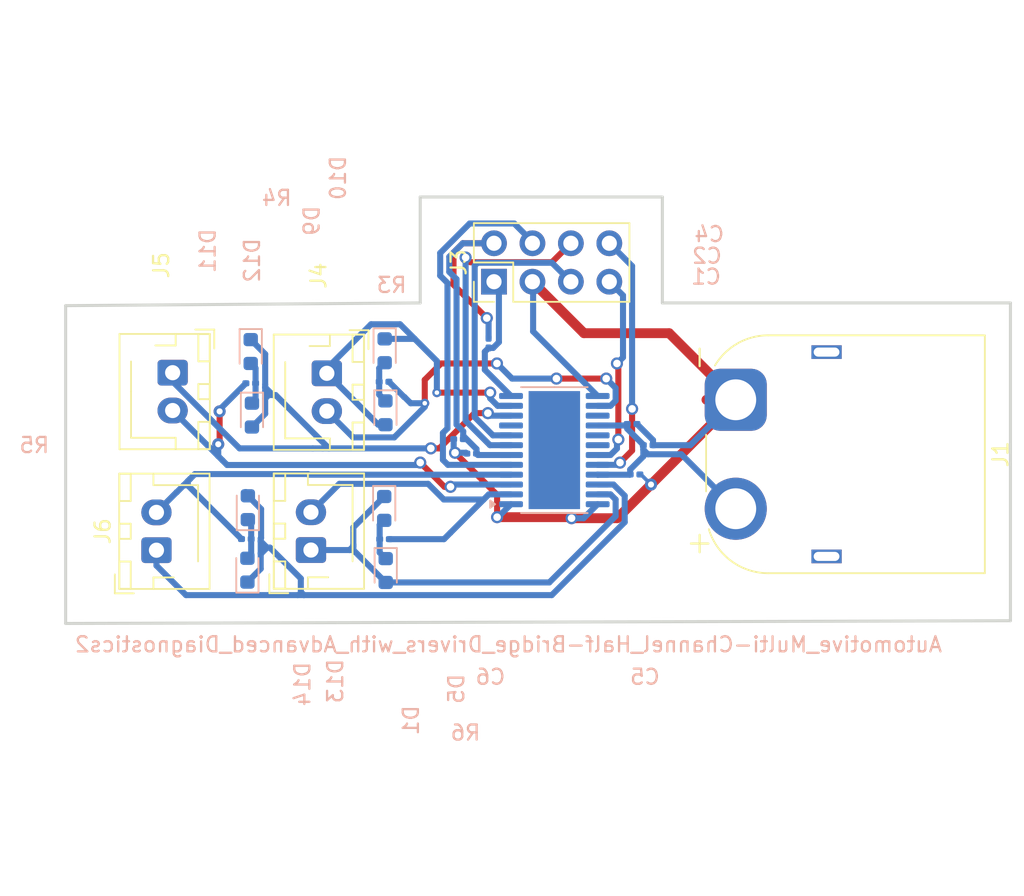
<source format=kicad_pcb>
(kicad_pcb (version 20240108) (generator "pcbnew") (generator_version "8.0")
  (layers (0 "F.Cu" signal) (31 "B.Cu" signal) (34 "B.Paste" user) (35 "F.Paste" user) (36 "B.SilkS" user "B.Silkscreen") (37 "F.SilkS" user "F.Silkscreen") (38 "B.Mask" user) (39 "F.Mask" user) (44 "Edge.Cuts" user))
  (net 0 "")
  (net 2 "/VM1")
  (net 3 "/6")
  (net 4 "/2")
  (net 5 "/8")
  (net 6 "GND")
  (net 7 "/SDO")
  (net 8 "/4")
  (net 9 "/5")
  (net 10 "/SDI")
  (net 11 "/SCLK")
  (net 12 "/1")
  (net 13 "/7")
  (net 14 "/nFault")
  (net 15 "/3")
  (net 17 "/nSCS")
  (net 18 "3V3")
  (net 19 "/nSleep")
  (net 22 "Net-(D1-K)")
  (net 23 "Net-(D10-A)")
  (net 24 "Net-(D11-K)")
  (net 25 "Net-(D13-K)")
  (footprint "Connector_AMASS:AMASS_XT60PW-M_1x02_P7.20mm_Horizontal" (layer "F.Cu") (at 170.85 53.4 -90)
    (property "Reference" "J1" (at 3.6 -17.5 90) (layer "F.SilkS"))
    (property "Value" "Power In")
    (fp_line (start 2.31 1.96) (end 6.05 1.96) (stroke (width 0.12)) (layer "F.SilkS"))
    (fp_line (start -4.26 -16.46) (end -4.26 -2.15) (stroke (width 0.12)) (layer "F.SilkS"))
    (fp_line (start -4.26 -16.46) (end 11.46 -16.46) (stroke (width 0.12)) (layer "F.SilkS"))
    (fp_line (start 11.46 -16.46) (end 11.46 -2.15) (stroke (width 0.12)) (layer "F.SilkS"))
    (fp_arc (start -2.266806 1.372958) (mid -3.727162 -0.126139) (end -4.26 -2.15) (stroke (width 0.12)) (layer "F.SilkS"))
    (fp_arc (start 11.46 -2.15) (mid 10.653852 0.294722) (end 8.551648 1.780413) (stroke (width 0.12)) (layer "F.SilkS"))
    (fp_text user "+" (at 9.5 2.5 90) (layer "F.SilkS") (effects (font (size 1.5 1.5))))
    (fp_text user "-" (at -2.8 2.5 90) (layer "F.SilkS") (effects (font (size 1.5 1.5))))
    (pad "" thru_hole rect (at -3.15 -6 270) (size 0.9 2) (drill oval 0.6 1.7) (layers "*.Cu" "*.Mask"))
    (pad "" thru_hole rect (at 10.35 -6 270) (size 0.9 2) (drill oval 0.6 1.7) (layers "*.Cu" "*.Mask"))
    (pad "1" thru_hole roundrect (at 0 0 270) (size 4.1 4.1) (drill 2.7) (layers "*.Cu" "*.Mask") (net 6 "GND"))
    (pad "2" thru_hole circle (at 7.2 0 270) (size 4.1 4.1) (drill 2.7) (layers "*.Cu" "*.Mask") (net 2 "/VM1"))
  )
  (footprint "Connector_JST:JST_XH_B2B-XH-AM_1x02_P2.50mm_Vertical" (layer "F.Cu") (at 142.78 63.33 90)
    (property "Reference" "J2" (hide yes))
    (property "Value" "Conn_01x02_Pin")
    (fp_line (start -1.6 -2.75) (end -2.85 -2.75) (stroke (width 0.12)) (layer "F.SilkS"))
    (fp_line (start -2.85 -2.75) (end -2.85 -1.5) (stroke (width 0.12)) (layer "F.SilkS"))
    (fp_line (start 5.06 -2.46) (end -2.56 -2.46) (stroke (width 0.12)) (layer "F.SilkS"))
    (fp_line (start -2.56 -2.46) (end -2.56 3.51) (stroke (width 0.12)) (layer "F.SilkS"))
    (fp_line (start 5.05 -2.45) (end 3.25 -2.45) (stroke (width 0.12)) (layer "F.SilkS"))
    (fp_line (start 3.25 -2.45) (end 3.25 -1.7) (stroke (width 0.12)) (layer "F.SilkS"))
    (fp_line (start 1.75 -2.45) (end 0.75 -2.45) (stroke (width 0.12)) (layer "F.SilkS"))
    (fp_line (start 0.75 -2.45) (end 0.75 -1.7) (stroke (width 0.12)) (layer "F.SilkS"))
    (fp_line (start -0.75 -2.45) (end -2.55 -2.45) (stroke (width 0.12)) (layer "F.SilkS"))
    (fp_line (start -2.55 -2.45) (end -2.55 -1.7) (stroke (width 0.12)) (layer "F.SilkS"))
    (fp_line (start 5.05 -1.7) (end 5.05 -2.45) (stroke (width 0.12)) (layer "F.SilkS"))
    (fp_line (start 3.25 -1.7) (end 5.05 -1.7) (stroke (width 0.12)) (layer "F.SilkS"))
    (fp_line (start 1.75 -1.7) (end 1.75 -2.45) (stroke (width 0.12)) (layer "F.SilkS"))
    (fp_line (start 0.75 -1.7) (end 1.75 -1.7) (stroke (width 0.12)) (layer "F.SilkS"))
    (fp_line (start -0.75 -1.7) (end -0.75 -2.45) (stroke (width 0.12)) (layer "F.SilkS"))
    (fp_line (start -2.55 -1.7) (end -0.75 -1.7) (stroke (width 0.12)) (layer "F.SilkS"))
    (fp_line (start 5.05 -0.2) (end 4.3 -0.2) (stroke (width 0.12)) (layer "F.SilkS"))
    (fp_line (start 4.3 -0.2) (end 4.3 2.75) (stroke (width 0.12)) (layer "F.SilkS"))
    (fp_line (start -1.8 -0.2) (end -1.8 1.14) (stroke (width 0.12)) (layer "F.SilkS"))
    (fp_line (start -2.55 -0.2) (end -1.8 -0.2) (stroke (width 0.12)) (layer "F.SilkS"))
    (fp_line (start 4.3 2.75) (end 1.25 2.75) (stroke (width 0.12)) (layer "F.SilkS"))
    (fp_line (start 1.25 2.75) (end -0.74 2.75) (stroke (width 0.12)) (layer "F.SilkS"))
    (fp_line (start 5.06 3.51) (end 5.06 -2.46) (stroke (width 0.12)) (layer "F.SilkS"))
    (fp_line (start -2.56 3.51) (end 5.06 3.51) (stroke (width 0.12)) (layer "F.SilkS"))
    (pad "" np_thru_hole circle (at -1.6 2 90) (size 1.2 1.2) (drill 1.2) (layers "*.Cu" "*.Mask"))
    (pad "1" thru_hole roundrect (at 0 0 90) (size 1.7 2) (drill 1) (layers "*.Cu" "*.Mask") (roundrect_rratio 0.147059) (net 4 "/2"))
    (pad "2" thru_hole oval (at 2.5 0 90) (size 1.7 2) (drill 1) (layers "*.Cu" "*.Mask") (net 12 "/1"))
  )
  (footprint "Connector_JST:JST_XH_B2B-XH-AM_1x02_P2.50mm_Vertical" (layer "F.Cu") (at 133.64 51.61 -90)
    (property "Reference" "J5" (at -7.1 0.75 90) (layer "F.SilkS"))
    (property "Value" "Conn_01x02_Pin")
    (fp_line (start -2.56 3.51) (end 5.06 3.51) (stroke (width 0.12)) (layer "F.SilkS"))
    (fp_line (start 5.06 3.51) (end 5.06 -2.46) (stroke (width 0.12)) (layer "F.SilkS"))
    (fp_line (start 1.25 2.75) (end -0.74 2.75) (stroke (width 0.12)) (layer "F.SilkS"))
    (fp_line (start 4.3 2.75) (end 1.25 2.75) (stroke (width 0.12)) (layer "F.SilkS"))
    (fp_line (start -2.55 -0.2) (end -1.8 -0.2) (stroke (width 0.12)) (layer "F.SilkS"))
    (fp_line (start -1.8 -0.2) (end -1.8 1.14) (stroke (width 0.12)) (layer "F.SilkS"))
    (fp_line (start 4.3 -0.2) (end 4.3 2.75) (stroke (width 0.12)) (layer "F.SilkS"))
    (fp_line (start 5.05 -0.2) (end 4.3 -0.2) (stroke (width 0.12)) (layer "F.SilkS"))
    (fp_line (start -2.55 -1.7) (end -0.75 -1.7) (stroke (width 0.12)) (layer "F.SilkS"))
    (fp_line (start -0.75 -1.7) (end -0.75 -2.45) (stroke (width 0.12)) (layer "F.SilkS"))
    (fp_line (start 0.75 -1.7) (end 1.75 -1.7) (stroke (width 0.12)) (layer "F.SilkS"))
    (fp_line (start 1.75 -1.7) (end 1.75 -2.45) (stroke (width 0.12)) (layer "F.SilkS"))
    (fp_line (start 3.25 -1.7) (end 5.05 -1.7) (stroke (width 0.12)) (layer "F.SilkS"))
    (fp_line (start 5.05 -1.7) (end 5.05 -2.45) (stroke (width 0.12)) (layer "F.SilkS"))
    (fp_line (start -2.55 -2.45) (end -2.55 -1.7) (stroke (width 0.12)) (layer "F.SilkS"))
    (fp_line (start -0.75 -2.45) (end -2.55 -2.45) (stroke (width 0.12)) (layer "F.SilkS"))
    (fp_line (start 0.75 -2.45) (end 0.75 -1.7) (stroke (width 0.12)) (layer "F.SilkS"))
    (fp_line (start 1.75 -2.45) (end 0.75 -2.45) (stroke (width 0.12)) (layer "F.SilkS"))
    (fp_line (start 3.25 -2.45) (end 3.25 -1.7) (stroke (width 0.12)) (layer "F.SilkS"))
    (fp_line (start 5.05 -2.45) (end 3.25 -2.45) (stroke (width 0.12)) (layer "F.SilkS"))
    (fp_line (start -2.56 -2.46) (end -2.56 3.51) (stroke (width 0.12)) (layer "F.SilkS"))
    (fp_line (start 5.06 -2.46) (end -2.56 -2.46) (stroke (width 0.12)) (layer "F.SilkS"))
    (fp_line (start -2.85 -2.75) (end -2.85 -1.5) (stroke (width 0.12)) (layer "F.SilkS"))
    (fp_line (start -1.6 -2.75) (end -2.85 -2.75) (stroke (width 0.12)) (layer "F.SilkS"))
    (pad "" np_thru_hole circle (at -1.6 2 270) (size 1.2 1.2) (drill 1.2) (layers "*.Cu" "*.Mask"))
    (pad "1" thru_hole roundrect (at 0 0 270) (size 1.7 2) (drill 1) (layers "*.Cu" "*.Mask") (roundrect_rratio 0.147059) (net 3 "/6"))
    (pad "2" thru_hole oval (at 2.5 0 270) (size 1.7 2) (drill 1) (layers "*.Cu" "*.Mask") (net 9 "/5"))
  )
  (footprint "Connector_PinHeader_2.54mm:PinHeader_2x04_P2.54mm_Vertical" (layer "F.Cu") (at 154.875269 45.597427 90)
    (property "Reference" "J3" (at 1.27 -2.33 90) (layer "F.SilkS"))
    (property "Value" "Conn_02x04_Odd_Even")
    (fp_line (start 3.87 -1.33) (end 3.87 8.95) (stroke (width 0.12)) (layer "F.SilkS"))
    (fp_line (start 1.27 -1.33) (end 3.87 -1.33) (stroke (width 0.12)) (layer "F.SilkS"))
    (fp_line (start -1.33 -1.33) (end 0 -1.33) (stroke (width 0.12)) (layer "F.SilkS"))
    (fp_line (start -1.33 0) (end -1.33 -1.33) (stroke (width 0.12)) (layer "F.SilkS"))
    (fp_line (start 1.27 1.27) (end 1.27 -1.33) (stroke (width 0.12)) (layer "F.SilkS"))
    (fp_line (start -1.33 1.27) (end 1.27 1.27) (stroke (width 0.12)) (layer "F.SilkS"))
    (fp_line (start -1.33 1.27) (end -1.33 8.95) (stroke (width 0.12)) (layer "F.SilkS"))
    (fp_line (start -1.33 8.95) (end 3.87 8.95) (stroke (width 0.12)) (layer "F.SilkS"))
    (pad "1" thru_hole rect (at 0 0 90) (size 1.7 1.7) (drill 1) (layers "*.Cu" "*.Mask") (net 14 "/nFault"))
    (pad "2" thru_hole oval (at 2.54 0 90) (size 1.7 1.7) (drill 1) (layers "*.Cu" "*.Mask") (net 18 "3V3"))
    (pad "3" thru_hole oval (at 0 2.54 90) (size 1.7 1.7) (drill 1) (layers "*.Cu" "*.Mask") (net 6 "GND"))
    (pad "4" thru_hole oval (at 2.54 2.54 90) (size 1.7 1.7) (drill 1) (layers "*.Cu" "*.Mask") (net 10 "/SDI"))
    (pad "5" thru_hole oval (at 0 5.08 90) (size 1.7 1.7) (drill 1) (layers "*.Cu" "*.Mask") (net 19 "/nSleep"))
    (pad "6" thru_hole oval (at 2.54 5.08 90) (size 1.7 1.7) (drill 1) (layers "*.Cu" "*.Mask") (net 7 "/SDO"))
    (pad "7" thru_hole oval (at 0 7.62 90) (size 1.7 1.7) (drill 1) (layers "*.Cu" "*.Mask") (net 17 "/nSCS"))
    (pad "8" thru_hole oval (at 2.54 7.62 90) (size 1.7 1.7) (drill 1) (layers "*.Cu" "*.Mask") (net 11 "/SCLK"))
  )
  (footprint "Connector_JST:JST_XH_B2B-XH-AM_1x02_P2.50mm_Vertical" (layer "F.Cu") (at 132.57 63.34 90)
    (property "Reference" "J6" (at 1.25 -3.55 90) (layer "F.SilkS"))
    (property "Value" "Conn_01x02_Pin")
    (fp_line (start -1.6 -2.75) (end -2.85 -2.75) (stroke (width 0.12)) (layer "F.SilkS"))
    (fp_line (start -2.85 -2.75) (end -2.85 -1.5) (stroke (width 0.12)) (layer "F.SilkS"))
    (fp_line (start 5.06 -2.46) (end -2.56 -2.46) (stroke (width 0.12)) (layer "F.SilkS"))
    (fp_line (start -2.56 -2.46) (end -2.56 3.51) (stroke (width 0.12)) (layer "F.SilkS"))
    (fp_line (start 5.05 -2.45) (end 3.25 -2.45) (stroke (width 0.12)) (layer "F.SilkS"))
    (fp_line (start 3.25 -2.45) (end 3.25 -1.7) (stroke (width 0.12)) (layer "F.SilkS"))
    (fp_line (start 1.75 -2.45) (end 0.75 -2.45) (stroke (width 0.12)) (layer "F.SilkS"))
    (fp_line (start 0.75 -2.45) (end 0.75 -1.7) (stroke (width 0.12)) (layer "F.SilkS"))
    (fp_line (start -0.75 -2.45) (end -2.55 -2.45) (stroke (width 0.12)) (layer "F.SilkS"))
    (fp_line (start -2.55 -2.45) (end -2.55 -1.7) (stroke (width 0.12)) (layer "F.SilkS"))
    (fp_line (start 5.05 -1.7) (end 5.05 -2.45) (stroke (width 0.12)) (layer "F.SilkS"))
    (fp_line (start 3.25 -1.7) (end 5.05 -1.7) (stroke (width 0.12)) (layer "F.SilkS"))
    (fp_line (start 1.75 -1.7) (end 1.75 -2.45) (stroke (width 0.12)) (layer "F.SilkS"))
    (fp_line (start 0.75 -1.7) (end 1.75 -1.7) (stroke (width 0.12)) (layer "F.SilkS"))
    (fp_line (start -0.75 -1.7) (end -0.75 -2.45) (stroke (width 0.12)) (layer "F.SilkS"))
    (fp_line (start -2.55 -1.7) (end -0.75 -1.7) (stroke (width 0.12)) (layer "F.SilkS"))
    (fp_line (start 5.05 -0.2) (end 4.3 -0.2) (stroke (width 0.12)) (layer "F.SilkS"))
    (fp_line (start 4.3 -0.2) (end 4.3 2.75) (stroke (width 0.12)) (layer "F.SilkS"))
    (fp_line (start -1.8 -0.2) (end -1.8 1.14) (stroke (width 0.12)) (layer "F.SilkS"))
    (fp_line (start -2.55 -0.2) (end -1.8 -0.2) (stroke (width 0.12)) (layer "F.SilkS"))
    (fp_line (start 4.3 2.75) (end 1.25 2.75) (stroke (width 0.12)) (layer "F.SilkS"))
    (fp_line (start 1.25 2.75) (end -0.74 2.75) (stroke (width 0.12)) (layer "F.SilkS"))
    (fp_line (start 5.06 3.51) (end 5.06 -2.46) (stroke (width 0.12)) (layer "F.SilkS"))
    (fp_line (start -2.56 3.51) (end 5.06 3.51) (stroke (width 0.12)) (layer "F.SilkS"))
    (pad "" np_thru_hole circle (at -1.6 2 90) (size 1.2 1.2) (drill 1.2) (layers "*.Cu" "*.Mask"))
    (pad "1" thru_hole roundrect (at 0 0 90) (size 1.7 2) (drill 1) (layers "*.Cu" "*.Mask") (roundrect_rratio 0.147059) (net 5 "/8"))
    (pad "2" thru_hole oval (at 2.5 0 90) (size 1.7 2) (drill 1) (layers "*.Cu" "*.Mask") (net 13 "/7"))
  )
  (footprint "Connector_JST:JST_XH_B2B-XH-AM_1x02_P2.50mm_Vertical" (layer "F.Cu") (at 143.83 51.65 -90)
    (property "Reference" "J4" (at -6.45 0.55 90) (layer "F.SilkS"))
    (property "Value" "Conn_01x02_Pin")
    (fp_line (start -2.56 3.51) (end 5.06 3.51) (stroke (width 0.12)) (layer "F.SilkS"))
    (fp_line (start 5.06 3.51) (end 5.06 -2.46) (stroke (width 0.12)) (layer "F.SilkS"))
    (fp_line (start 1.25 2.75) (end -0.74 2.75) (stroke (width 0.12)) (layer "F.SilkS"))
    (fp_line (start 4.3 2.75) (end 1.25 2.75) (stroke (width 0.12)) (layer "F.SilkS"))
    (fp_line (start -2.55 -0.2) (end -1.8 -0.2) (stroke (width 0.12)) (layer "F.SilkS"))
    (fp_line (start -1.8 -0.2) (end -1.8 1.14) (stroke (width 0.12)) (layer "F.SilkS"))
    (fp_line (start 4.3 -0.2) (end 4.3 2.75) (stroke (width 0.12)) (layer "F.SilkS"))
    (fp_line (start 5.05 -0.2) (end 4.3 -0.2) (stroke (width 0.12)) (layer "F.SilkS"))
    (fp_line (start -2.55 -1.7) (end -0.75 -1.7) (stroke (width 0.12)) (layer "F.SilkS"))
    (fp_line (start -0.75 -1.7) (end -0.75 -2.45) (stroke (width 0.12)) (layer "F.SilkS"))
    (fp_line (start 0.75 -1.7) (end 1.75 -1.7) (stroke (width 0.12)) (layer "F.SilkS"))
    (fp_line (start 1.75 -1.7) (end 1.75 -2.45) (stroke (width 0.12)) (layer "F.SilkS"))
    (fp_line (start 3.25 -1.7) (end 5.05 -1.7) (stroke (width 0.12)) (layer "F.SilkS"))
    (fp_line (start 5.05 -1.7) (end 5.05 -2.45) (stroke (width 0.12)) (layer "F.SilkS"))
    (fp_line (start -2.55 -2.45) (end -2.55 -1.7) (stroke (width 0.12)) (layer "F.SilkS"))
    (fp_line (start -0.75 -2.45) (end -2.55 -2.45) (stroke (width 0.12)) (layer "F.SilkS"))
    (fp_line (start 0.75 -2.45) (end 0.75 -1.7) (stroke (width 0.12)) (layer "F.SilkS"))
    (fp_line (start 1.75 -2.45) (end 0.75 -2.45) (stroke (width 0.12)) (layer "F.SilkS"))
    (fp_line (start 3.25 -2.45) (end 3.25 -1.7) (stroke (width 0.12)) (layer "F.SilkS"))
    (fp_line (start 5.05 -2.45) (end 3.25 -2.45) (stroke (width 0.12)) (layer "F.SilkS"))
    (fp_line (start -2.56 -2.46) (end -2.56 3.51) (stroke (width 0.12)) (layer "F.SilkS"))
    (fp_line (start 5.06 -2.46) (end -2.56 -2.46) (stroke (width 0.12)) (layer "F.SilkS"))
    (fp_line (start -2.85 -2.75) (end -2.85 -1.5) (stroke (width 0.12)) (layer "F.SilkS"))
    (fp_line (start -1.6 -2.75) (end -2.85 -2.75) (stroke (width 0.12)) (layer "F.SilkS"))
    (pad "" np_thru_hole circle (at -1.6 2 270) (size 1.2 1.2) (drill 1.2) (layers "*.Cu" "*.Mask"))
    (pad "1" thru_hole roundrect (at 0 0 270) (size 1.7 2) (drill 1) (layers "*.Cu" "*.Mask") (roundrect_rratio 0.147059) (net 8 "/4"))
    (pad "2" thru_hole oval (at 2.5 0 270) (size 1.7 2) (drill 1) (layers "*.Cu" "*.Mask") (net 15 "/3"))
  )
  (footprint "Diode_SMD:D_0603_1608Metric" (layer "B.Cu") (at 138.88 54.4125 -90)
    (property "Reference" "D11" (at -10.8525 2.92 90) (layer "B.SilkS") (effects (justify mirror)))
    (property "Value" "D")
    (fp_line (start -1.485 0.735) (end 0.8 0.735) (stroke (width 0.12)) (layer "B.SilkS"))
    (fp_line (start -1.485 -0.735) (end -1.485 0.735) (stroke (width 0.12)) (layer "B.SilkS"))
    (fp_line (start 0.8 -0.735) (end -1.485 -0.735) (stroke (width 0.12)) (layer "B.SilkS"))
    (pad "1" smd roundrect (at -0.7875 0 270) (size 0.875 0.95) (layers "B.Cu" "B.Paste" "B.Mask") (net 24 "Net-(D11-K)"))
    (pad "2" smd roundrect (at 0.7875 0 270) (size 0.875 0.95) (layers "B.Cu" "B.Paste" "B.Mask") (net 3 "/6"))
  )
  (footprint "Resistor_SMD:R_0201_0603Metric" (layer "B.Cu") (at 138.8 52.31 180)
    (property "Reference" "R4" (at -1.72 12.24 0) (layer "B.SilkS") (effects (justify mirror)))
    (property "Value" "0.65k")
    (pad "1" smd roundrect (at -0.32 0 180) (size 0.46 0.4) (layers "B.Cu" "B.Mask") (net 24 "Net-(D11-K)"))
    (pad "2" smd roundrect (at 0.32 0 180) (size 0.46 0.4) (layers "B.Cu" "B.Mask") (net 9 "/5"))
  )
  (footprint "Diode_SMD:D_0603_1608Metric" (layer "B.Cu") (at 147.62 60.58 -90)
    (property "Reference" "D5" (at 11.92 -4.77 90) (layer "B.SilkS") (effects (justify mirror)))
    (property "Value" "D")
    (fp_line (start -1.485 0.735) (end 0.8 0.735) (stroke (width 0.12)) (layer "B.SilkS"))
    (fp_line (start -1.485 -0.735) (end -1.485 0.735) (stroke (width 0.12)) (layer "B.SilkS"))
    (fp_line (start 0.8 -0.735) (end -1.485 -0.735) (stroke (width 0.12)) (layer "B.SilkS"))
    (pad "1" smd roundrect (at -0.7875 0 270) (size 0.875 0.95) (layers "B.Cu" "B.Paste" "B.Mask") (net 4 "/2"))
    (pad "2" smd roundrect (at 0.7875 0 270) (size 0.875 0.95) (layers "B.Cu" "B.Paste" "B.Mask") (net 22 "Net-(D1-K)"))
  )
  (footprint "Diode_SMD:D_0603_1608Metric" (layer "B.Cu") (at 147.65 50.1625 -90)
    (property "Reference" "D10" (at -11.4225 3.08 90) (layer "B.SilkS") (effects (justify mirror)))
    (property "Value" "D")
    (fp_line (start -1.485 0.735) (end 0.8 0.735) (stroke (width 0.12)) (layer "B.SilkS"))
    (fp_line (start -1.485 -0.735) (end -1.485 0.735) (stroke (width 0.12)) (layer "B.SilkS"))
    (fp_line (start 0.8 -0.735) (end -1.485 -0.735) (stroke (width 0.12)) (layer "B.SilkS"))
    (pad "1" smd roundrect (at -0.7875 0 270) (size 0.875 0.95) (layers "B.Cu" "B.Paste" "B.Mask") (net 8 "/4"))
    (pad "2" smd roundrect (at 0.7875 0 270) (size 0.875 0.95) (layers "B.Cu" "B.Paste" "B.Mask") (net 23 "Net-(D10-A)"))
  )
  (footprint "Resistor_SMD:R_0201_0603Metric" (layer "B.Cu") (at 147.61 52.21)
    (property "Reference" "R3" (at 0.5 -6.39 360) (layer "B.SilkS") (effects (justify mirror)))
    (property "Value" "0.65k")
    (pad "1" smd roundrect (at -0.32 0) (size 0.46 0.4) (layers "B.Cu" "B.Mask") (net 23 "Net-(D10-A)"))
    (pad "2" smd roundrect (at 0.32 0) (size 0.46 0.4) (layers "B.Cu" "B.Mask") (net 15 "/3"))
  )
  (footprint "Capacitor_SMD:C_0201_0603Metric" (layer "B.Cu") (at 164.194511 58.334992)
    (property "Reference" "C2" (at 4.755489 -14.444992 0) (layer "B.SilkS") (effects (justify mirror)))
    (property "Value" "0.1u")
    (pad "1" smd roundrect (at -0.32 0) (size 0.46 0.4) (layers "B.Cu" "B.Mask") (net 2 "/VM1"))
    (pad "2" smd roundrect (at 0.32 0) (size 0.46 0.4) (layers "B.Cu" "B.Mask") (net 6 "GND"))
  )
  (footprint "Diode_SMD:D_0603_1608Metric" (layer "B.Cu") (at 138.58 64.66 90)
    (property "Reference" "D14" (at -7.53 3.64 90) (layer "B.SilkS") (effects (justify mirror)))
    (property "Value" "D")
    (fp_line (start 0.8 -0.735) (end -1.485 -0.735) (stroke (width 0.12)) (layer "B.SilkS"))
    (fp_line (start -1.485 -0.735) (end -1.485 0.735) (stroke (width 0.12)) (layer "B.SilkS"))
    (fp_line (start -1.485 0.735) (end 0.8 0.735) (stroke (width 0.12)) (layer "B.SilkS"))
    (pad "1" smd roundrect (at -0.7875 0 90) (size 0.875 0.95) (layers "B.Cu" "B.Paste" "B.Mask") (net 5 "/8"))
    (pad "2" smd roundrect (at 0.7875 0 90) (size 0.875 0.95) (layers "B.Cu" "B.Paste" "B.Mask") (net 25 "Net-(D13-K)"))
  )
  (footprint "Diode_SMD:D_0603_1608Metric" (layer "B.Cu") (at 138.8 50.2125 -90)
    (property "Reference" "D12" (at -6.0225 -0.09 90) (layer "B.SilkS") (effects (justify mirror)))
    (property "Value" "D")
    (fp_line (start -1.485 0.735) (end 0.8 0.735) (stroke (width 0.12)) (layer "B.SilkS"))
    (fp_line (start -1.485 -0.735) (end -1.485 0.735) (stroke (width 0.12)) (layer "B.SilkS"))
    (fp_line (start 0.8 -0.735) (end -1.485 -0.735) (stroke (width 0.12)) (layer "B.SilkS"))
    (pad "1" smd roundrect (at -0.7875 0 270) (size 0.875 0.95) (layers "B.Cu" "B.Paste" "B.Mask") (net 3 "/6"))
    (pad "2" smd roundrect (at 0.7875 0 270) (size 0.875 0.95) (layers "B.Cu" "B.Paste" "B.Mask") (net 24 "Net-(D11-K)"))
  )
  (footprint "Diode_SMD:D_0603_1608Metric" (layer "B.Cu") (at 138.61 60.5325 90)
    (property "Reference" "D13" (at -11.4575 5.78 90) (layer "B.SilkS") (effects (justify mirror)))
    (property "Value" "D")
    (fp_line (start 0.8 -0.735) (end -1.485 -0.735) (stroke (width 0.12)) (layer "B.SilkS"))
    (fp_line (start -1.485 -0.735) (end -1.485 0.735) (stroke (width 0.12)) (layer "B.SilkS"))
    (fp_line (start -1.485 0.735) (end 0.8 0.735) (stroke (width 0.12)) (layer "B.SilkS"))
    (pad "1" smd roundrect (at -0.7875 0 90) (size 0.875 0.95) (layers "B.Cu" "B.Paste" "B.Mask") (net 25 "Net-(D13-K)"))
    (pad "2" smd roundrect (at 0.7875 0 90) (size 0.875 0.95) (layers "B.Cu" "B.Paste" "B.Mask") (net 5 "/8"))
  )
  (footprint "Resistor_SMD:R_0201_0603Metric" (layer "B.Cu") (at 138.51 62.6 180)
    (property "Reference" "R5" (at 14.01 6.2 360) (layer "B.SilkS") (effects (justify mirror)))
    (property "Value" "0.65k")
    (pad "1" smd roundrect (at -0.32 0 180) (size 0.46 0.4) (layers "B.Cu" "B.Mask") (net 25 "Net-(D13-K)"))
    (pad "2" smd roundrect (at 0.32 0 180) (size 0.46 0.4) (layers "B.Cu" "B.Mask") (net 13 "/7"))
  )
  (footprint "Capacitor_SMD:C_0201_0603Metric" (layer "B.Cu") (at 152.53 56)
    (property "Reference" "C5" (at 12.32 15.71 360) (layer "B.SilkS") (effects (justify mirror)))
    (property "Value" "10u" (hide yes))
    (pad "1" smd roundrect (at -0.32 0) (size 0.46 0.4) (layers "B.Cu" "B.Mask") (net 6 "GND"))
    (pad "2" smd roundrect (at 0.32 0) (size 0.46 0.4) (layers "B.Cu" "B.Mask") (net 18 "3V3"))
  )
  (footprint "Resistor_SMD:R_0201_0603Metric" (layer "B.Cu") (at 154.51741 49.655 -90)
    (property "Reference" "R1" (hide yes))
    (property "Value" "10k" (hide yes))
    (pad "1" smd roundrect (at -0.32 0 270) (size 0.46 0.4) (layers "B.Cu" "B.Mask") (net 18 "3V3"))
    (pad "2" smd roundrect (at 0.32 0 270) (size 0.46 0.4) (layers "B.Cu" "B.Mask") (net 14 "/nFault"))
  )
  (footprint "Diode_SMD:D_0603_1608Metric" (layer "B.Cu") (at 147.72 64.6825 -90)
    (property "Reference" "D1" (at 9.8975 -1.67 90) (layer "B.SilkS") (effects (justify mirror)))
    (property "Value" "D")
    (fp_line (start -1.485 0.735) (end 0.8 0.735) (stroke (width 0.12)) (layer "B.SilkS"))
    (fp_line (start -1.485 -0.735) (end -1.485 0.735) (stroke (width 0.12)) (layer "B.SilkS"))
    (fp_line (start 0.8 -0.735) (end -1.485 -0.735) (stroke (width 0.12)) (layer "B.SilkS"))
    (pad "1" smd roundrect (at -0.7875 0 270) (size 0.875 0.95) (layers "B.Cu" "B.Paste" "B.Mask") (net 22 "Net-(D1-K)"))
    (pad "2" smd roundrect (at 0.7875 0 270) (size 0.875 0.95) (layers "B.Cu" "B.Paste" "B.Mask") (net 4 "/2"))
  )
  (footprint "Diode_SMD:D_0603_1608Metric" (layer "B.Cu") (at 147.7 54.26 -90)
    (property "Reference" "D9" (at -12.69 4.87 90) (layer "B.SilkS") (effects (justify mirror)))
    (property "Value" "D")
    (fp_line (start -1.485 0.735) (end 0.8 0.735) (stroke (width 0.12)) (layer "B.SilkS"))
    (fp_line (start -1.485 -0.735) (end -1.485 0.735) (stroke (width 0.12)) (layer "B.SilkS"))
    (fp_line (start 0.8 -0.735) (end -1.485 -0.735) (stroke (width 0.12)) (layer "B.SilkS"))
    (pad "1" smd roundrect (at -0.7875 0 270) (size 0.875 0.95) (layers "B.Cu" "B.Paste" "B.Mask") (net 23 "Net-(D10-A)"))
    (pad "2" smd roundrect (at 0.7875 0 270) (size 0.875 0.95) (layers "B.Cu" "B.Paste" "B.Mask") (net 8 "/4"))
  )
  (footprint "Package_SO:HTSSOP-24-1EP_4.4x7.8mm_P0.65mm_EP3.4x7.8mm_Mask2.4x2.98mm" (layer "B.Cu") (at 158.8625 56.725)
    (property "Reference" "Automotive_Multi-Channel_Half-Bridge_Drivers_with_Advanced_Diagnostics2" (at -3.0325 12.845 0) (layer "B.SilkS") (effects (justify mirror)))
    (property "Value" "~")
    (fp_line (start -2.2 -4.16) (end 0 -4.16) (stroke (width 0.12)) (layer "B.SilkS"))
    (fp_line (start -2.2 4.16) (end 0 4.16) (stroke (width 0.12)) (layer "B.SilkS"))
    (fp_line (start 2.2 -4.16) (end 0 -4.16) (stroke (width 0.12)) (layer "B.SilkS"))
    (fp_line (start 2.2 4.16) (end 0 4.16) (stroke (width 0.12)) (layer "B.SilkS"))
    (fp_poly (pts (xy -3.91 3.575) (xy -4.24 3.815) (xy -4.24 3.335) (xy -3.91 3.575)) (stroke (width 0.12)) (fill solid) (layer "B.SilkS"))
    (pad "1" smd roundrect (at -2.8625 3.575) (size 1.575 0.4) (layers "B.Cu" "B.Paste" "B.Mask") (net 6 "GND"))
    (pad "2" smd roundrect (at -2.8625 2.925) (size 1.575 0.4) (layers "B.Cu" "B.Paste" "B.Mask") (net 12 "/1"))
    (pad "3" smd roundrect (at -2.8625 2.275) (size 1.575 0.4) (layers "B.Cu" "B.Paste" "B.Mask") (net 9 "/5"))
    (pad "4" smd roundrect (at -2.8625 1.625) (size 1.575 0.4) (layers "B.Cu" "B.Paste" "B.Mask") (net 13 "/7"))
    (pad "5" smd roundrect (at -2.8625 0.975) (size 1.575 0.4) (layers "B.Cu" "B.Paste" "B.Mask") (net 10 "/SDI"))
    (pad "6" smd roundrect (at -2.8625 0.325) (size 1.575 0.4) (layers "B.Cu" "B.Paste" "B.Mask") (net 18 "3V3"))
    (pad "7" smd roundrect (at -2.8625 -0.325) (size 1.575 0.4) (layers "B.Cu" "B.Paste" "B.Mask") (net 7 "/SDO"))
    (pad "8" smd roundrect (at -2.8625 -0.975) (size 1.575 0.4) (layers "B.Cu" "B.Paste" "B.Mask") (net 19 "/nSleep"))
    (pad "9" smd roundrect (at -2.8625 -1.625) (size 1.575 0.4) (layers "B.Cu" "B.Paste" "B.Mask"))
    (pad "10" smd roundrect (at -2.8625 -2.275) (size 1.575 0.4) (layers "B.Cu" "B.Paste" "B.Mask") (net 3 "/6"))
    (pad "11" smd roundrect (at -2.8625 -2.925) (size 1.575 0.4) (layers "B.Cu" "B.Paste" "B.Mask") (net 8 "/4"))
    (pad "12" smd roundrect (at -2.8625 -3.575) (size 1.575 0.4) (layers "B.Cu" "B.Paste" "B.Mask") (net 14 "/nFault"))
    (pad "13" smd roundrect (at 2.8625 -3.575) (size 1.575 0.4) (layers "B.Cu" "B.Paste" "B.Mask") (net 6 "GND"))
    (pad "14" smd roundrect (at 2.8625 -2.925) (size 1.575 0.4) (layers "B.Cu" "B.Paste" "B.Mask") (net 15 "/3"))
    (pad "15" smd roundrect (at 2.8625 -2.275) (size 1.575 0.4) (layers "B.Cu" "B.Paste" "B.Mask"))
    (pad "16" smd roundrect (at 2.8625 -1.625) (size 1.575 0.4) (layers "B.Cu" "B.Paste" "B.Mask") (net 2 "/VM1"))
    (pad "17" smd roundrect (at 2.8625 -0.975) (size 1.575 0.4) (layers "B.Cu" "B.Paste" "B.Mask"))
    (pad "18" smd roundrect (at 2.8625 -0.325) (size 1.575 0.4) (layers "B.Cu" "B.Paste" "B.Mask"))
    (pad "19" smd roundrect (at 2.8625 0.325) (size 1.575 0.4) (layers "B.Cu" "B.Paste" "B.Mask") (net 17 "/nSCS"))
    (pad "20" smd roundrect (at 2.8625 0.975) (size 1.575 0.4) (layers "B.Cu" "B.Paste" "B.Mask") (net 11 "/SCLK"))
    (pad "21" smd roundrect (at 2.8625 1.625) (size 1.575 0.4) (layers "B.Cu" "B.Paste" "B.Mask") (net 2 "/VM1"))
    (pad "22" smd roundrect (at 2.8625 2.275) (size 1.575 0.4) (layers "B.Cu" "B.Paste" "B.Mask") (net 5 "/8"))
    (pad "23" smd roundrect (at 2.8625 2.925) (size 1.575 0.4) (layers "B.Cu" "B.Paste" "B.Mask") (net 4 "/2"))
    (pad "24" smd roundrect (at 2.8625 3.575) (size 1.575 0.4) (layers "B.Cu" "B.Paste" "B.Mask") (net 6 "GND"))
    (pad "25" smd rect (at 0 0) (size 3.4 7.8) (property pad_prop_heatsink) (layers "B.Cu"))
  )
  (footprint "Resistor_SMD:R_0201_0603Metric" (layer "B.Cu") (at 147.64 62.61)
    (property "Reference" "R6" (at 5.35 12.79 360) (layer "B.SilkS") (effects (justify mirror)))
    (property "Value" "0.65k")
    (pad "1" smd roundrect (at -0.32 0) (size 0.46 0.4) (layers "B.Cu" "B.Mask") (net 22 "Net-(D1-K)"))
    (pad "2" smd roundrect (at 0.32 0) (size 0.46 0.4) (layers "B.Cu" "B.Mask") (net 12 "/1"))
  )
  (footprint "Capacitor_SMD:C_0201_0603Metric" (layer "B.Cu") (at 165.063196 56.400319)
    (property "Reference" "C4" (at 4.036804 -13.940319 0) (layer "B.SilkS") (effects (justify mirror)))
    (property "Value" "10u")
    (pad "1" smd roundrect (at -0.32 0) (size 0.46 0.4) (layers "B.Cu" "B.Mask") (net 2 "/VM1"))
    (pad "2" smd roundrect (at 0.32 0) (size 0.46 0.4) (layers "B.Cu" "B.Mask") (net 6 "GND"))
  )
  (footprint "Capacitor_SMD:C_0201_0603Metric" (layer "B.Cu") (at 164 55)
    (property "Reference" "C1" (at 4.89 -9.73 0) (layer "B.SilkS") (effects (justify mirror)))
    (property "Value" "0.1u")
    (pad "1" smd roundrect (at -0.32 0) (size 0.46 0.4) (layers "B.Cu" "B.Mask") (net 2 "/VM1"))
    (pad "2" smd roundrect (at 0.32 0) (size 0.46 0.4) (layers "B.Cu" "B.Mask") (net 6 "GND"))
  )
  (footprint "Capacitor_SMD:C_0201_0603Metric" (layer "B.Cu") (at 153.400089 56.956104 180)
    (property "Reference" "C6" (at -1.239911 -14.753896 0) (layer "B.SilkS") (effects (justify mirror)))
    (property "Value" "0.1u" (hide yes))
    (pad "1" smd roundrect (at -0.32 0 180) (size 0.46 0.4) (layers "B.Cu" "B.Mask") (net 18 "3V3"))
    (pad "2" smd roundrect (at 0.32 0 180) (size 0.46 0.4) (layers "B.Cu" "B.Mask") (net 6 "GND"))
  )
  (gr_line (start 166 40) (end 166 47) (stroke (width 0.2)) (layer "Edge.Cuts"))
  (gr_line (start 126.57 47.18) (end 150 47) (stroke (width 0.2)) (layer "Edge.Cuts"))
  (gr_line (start 150 47) (end 150 40) (stroke (width 0.2)) (layer "Edge.Cuts"))
  (gr_line (start 189 68) (end 126.57 68.18) (stroke (width 0.2)) (layer "Edge.Cuts"))
  (gr_line (start 126.57 68.18) (end 126.57 47.18) (stroke (width 0.2)) (layer "Edge.Cuts"))
  (gr_line (start 166 47) (end 189 47) (stroke (width 0.2)) (layer "Edge.Cuts"))
  (gr_line (start 189 47) (end 189 68) (stroke (width 0.2)) (layer "Edge.Cuts"))
  (gr_line (start 150 40) (end 166 40) (stroke (width 0.2)) (layer "Edge.Cuts"))
  (segment (start 163.874511 58.010608) (end 164.743196 57.141923) (width 0.4) (layer "B.Cu") (net 2))
  (segment (start 163.68 55.314695) (end 163.68 55) (width 0.4) (layer "B.Cu") (net 2))
  (segment (start 170.85 60.6) (end 167.250319 57.000319) (width 0.4) (layer "B.Cu") (net 2))
  (segment (start 165.043318 57.000319) (end 164.743196 56.700197) (width 0.4) (layer "B.Cu") (net 2))
  (segment (start 170.85 59.85) (end 170.85 60.6) (width 0.4) (layer "B.Cu") (net 2))
  (segment (start 161.727557 58.352557) (end 163.856946 58.352557) (width 0.4) (layer "B.Cu") (net 2))
  (segment (start 163.58 55.1) (end 163.68 55) (width 0.4) (layer "B.Cu") (net 2))
  (segment (start 163.671543 55.008457) (end 163.68 55) (width 0.4) (layer "B.Cu") (net 2))
  (segment (start 161.725 55.1) (end 163.58 55.1) (width 0.4) (layer "B.Cu") (net 2))
  (segment (start 163.856946 58.352557) (end 163.874511 58.334992) (width 0.4) (layer "B.Cu") (net 2))
  (segment (start 164.743196 57.141923) (end 164.743196 56.400319) (width 0.4) (layer "B.Cu") (net 2))
  (segment (start 161.725 58.35) (end 161.727557 58.352557) (width 0.4) (layer "B.Cu") (net 2))
  (segment (start 163.874511 58.334992) (end 163.874511 58.010608) (width 0.4) (layer "B.Cu") (net 2))
  (segment (start 164.743196 56.700197) (end 164.743196 56.400319) (width 0.4) (layer "B.Cu") (net 2))
  (segment (start 161.731605 58.356605) (end 161.725 58.35) (width 0.4) (layer "B.Cu") (net 2))
  (segment (start 164.743196 56.377891) (end 163.68 55.314695) (width 0.4) (layer "B.Cu") (net 2))
  (segment (start 167.250319 57.000319) (end 165.043318 57.000319) (width 0.4) (layer "B.Cu") (net 2))
  (segment (start 164.743196 56.400319) (end 164.743196 56.377891) (width 0.4) (layer "B.Cu") (net 2))
  (segment (start 153.585933 54.282696) (end 154.469853 54.282696) (width 0.4) (layer "F.Cu") (net 3))
  (segment (start 150.7 56.61) (end 151.258629 56.61) (width 0.4) (layer "F.Cu") (net 3))
  (segment (start 151.258629 56.61) (end 153.585933 54.282696) (width 0.4) (layer "F.Cu") (net 3))
  (via (at 154.469853 54.282696) (size 0.8) (drill 0.5) (layers "F.Cu" "B.Cu") (net 3))
  (via (at 150.7 56.61) (size 0.8) (drill 0.5) (layers "F.Cu" "B.Cu") (net 3))
  (segment (start 139.755 52.4) (end 139.755 52.578) (width 0.4) (layer "B.Cu") (net 3))
  (segment (start 138.057767 56.61) (end 133.64 52.192233) (width 0.4) (layer "B.Cu") (net 3))
  (segment (start 139.755 53.3146) (end 139.755 54.325) (width 0.4) (layer "B.Cu") (net 3))
  (segment (start 139.755 52.5822) (end 139.755 52.578) (width 0.4) (layer "B.Cu") (net 3))
  (segment (start 142.9 56.61) (end 138.057767 56.61) (width 0.4) (layer "B.Cu") (net 3))
  (segment (start 139.9836 53.086) (end 139.755 53.3146) (width 0.4) (layer "B.Cu") (net 3))
  (segment (start 143.9672 56.61) (end 143.56 56.61) (width 0.4) (layer "B.Cu") (net 3))
  (segment (start 139.755 50.38) (end 139.755 52.4) (width 0.4) (layer "B.Cu") (net 3))
  (segment (start 139.755 54.325) (end 138.88 55.2) (width 0.4) (layer "B.Cu") (net 3))
  (segment (start 143.56 56.61) (end 142.9 56.61) (width 0.4) (layer "B.Cu") (net 3))
  (segment (start 138.8 49.425) (end 139.755 50.38) (width 0.4) (layer "B.Cu") (net 3))
  (segment (start 150.7 56.61) (end 143.9672 56.61) (width 0.4) (layer "B.Cu") (net 3))
  (segment (start 154.637157 54.45) (end 156 54.45) (width 0.4) (layer "B.Cu") (net 3))
  (segment (start 140.2588 53.086) (end 139.9836 53.086) (width 0.4) (layer "B.Cu") (net 3))
  (segment (start 154.469853 54.282696) (end 154.637157 54.45) (width 0.4) (layer "B.Cu") (net 3))
  (segment (start 140.2588 53.086) (end 140.4432 53.086) (width 0.4) (layer "B.Cu") (net 3))
  (segment (start 140.4432 53.086) (end 143.9672 56.61) (width 0.4) (layer "B.Cu") (net 3))
  (segment (start 139.755 52.85) (end 139.755 53.3146) (width 0.4) (layer "B.Cu") (net 3))
  (segment (start 139.755 52.578) (end 139.755 52.85) (width 0.4) (layer "B.Cu") (net 3))
  (segment (start 133.64 52.192233) (end 133.64 51.61) (width 0.4) (layer "B.Cu") (net 3))
  (segment (start 140.2588 53.086) (end 139.755 52.5822) (width 0.4) (layer "B.Cu") (net 3))
  (segment (start 145.33 63.33) (end 145.58 63.08) (width 0.4) (layer "B.Cu") (net 4))
  (segment (start 145.58 63.33) (end 147.72 65.47) (width 0.4) (layer "B.Cu") (net 4))
  (segment (start 142.78 63.33) (end 145.33 63.33) (width 0.4) (layer "B.Cu") (net 4))
  (segment (start 145.33 63.33) (end 145.58 63.33) (width 0.4) (layer "B.Cu") (net 4))
  (segment (start 162.9125 61.0875) (end 158.53 65.47) (width 0.4) (layer "B.Cu") (net 4))
  (segment (start 145.58 61.8325) (end 147.62 59.7925) (width 0.4) (layer "B.Cu") (net 4))
  (segment (start 161.725 59.65) (end 162.572378 59.65) (width 0.4) (layer "B.Cu") (net 4))
  (segment (start 162.572378 59.65) (end 162.9125 59.990122) (width 0.4) (layer "B.Cu") (net 4))
  (segment (start 145.58 62.98) (end 145.58 61.8325) (width 0.4) (layer "B.Cu") (net 4))
  (segment (start 158.53 65.47) (end 147.72 65.47) (width 0.4) (layer "B.Cu") (net 4))
  (segment (start 145.58 63.08) (end 145.58 62.98) (width 0.4) (layer "B.Cu") (net 4))
  (segment (start 162.9125 59.990122) (end 162.9125 61.0875) (width 0.4) (layer "B.Cu") (net 4))
  (segment (start 145.58 63.33) (end 145.58 62.98) (width 0.4) (layer "B.Cu") (net 4))
  (segment (start 163.5125 61.4875) (end 158.6925 66.3075) (width 0.4) (layer "B.Cu") (net 5))
  (segment (start 139.8778 63.1698) (end 139.46 62.752) (width 0.4) (layer "B.Cu") (net 5))
  (segment (start 161.725 59) (end 162.770906 59) (width 0.4) (layer "B.Cu") (net 5))
  (segment (start 139.485 60.62) (end 139.485 62.535) (width 0.4) (layer "B.Cu") (net 5))
  (segment (start 138.61 59.745) (end 139.485 60.62) (width 0.4) (layer "B.Cu") (net 5))
  (segment (start 141.9025 66.3075) (end 142.3175 66.3075) (width 0.4) (layer "B.Cu") (net 5))
  (segment (start 141.9025 66.3075) (end 134.523286 66.3075) (width 0.4) (layer "B.Cu") (net 5))
  (segment (start 162.770906 59) (end 163.5125 59.741594) (width 0.4) (layer "B.Cu") (net 5))
  (segment (start 163.5125 59.741594) (end 163.5125 61.4875) (width 0.4) (layer "B.Cu") (net 5))
  (segment (start 140.0698 63.1698) (end 142.11 65.21) (width 0.4) (layer "B.Cu") (net 5))
  (segment (start 139.46 62.738) (end 139.46 63.5508) (width 0.4) (layer "B.Cu") (net 5))
  (segment (start 142.11 65.21) (end 142.11 66.1) (width 0.4) (layer "B.Cu") (net 5))
  (segment (start 134.523286 66.3075) (end 132.57 64.354214) (width 0.4) (layer "B.Cu") (net 5))
  (segment (start 139.4968 63.5508) (end 139.46 63.5508) (width 0.4) (layer "B.Cu") (net 5))
  (segment (start 132.57 64.354214) (end 132.57 63.34) (width 0.4) (layer "B.Cu") (net 5))
  (segment (start 142.11 66.1) (end 142.3175 66.3075) (width 0.4) (layer "B.Cu") (net 5))
  (segment (start 139.485 62.535) (end 139.46 62.56) (width 0.4) (layer "B.Cu") (net 5))
  (segment (start 139.46 62.752) (end 139.46 62.738) (width 0.4) (layer "B.Cu") (net 5))
  (segment (start 139.46 63.5508) (end 139.46 64.5675) (width 0.4) (layer "B.Cu") (net 5))
  (segment (start 142.3175 66.3075) (end 158.6925 66.3075) (width 0.4) (layer "B.Cu") (net 5))
  (segment (start 139.8778 63.1698) (end 140.0698 63.1698) (width 0.4) (layer "B.Cu") (net 5))
  (segment (start 138.47 59.495) (end 138.47 59.713894) (width 0.4) (layer "B.Cu") (net 5))
  (segment (start 139.46 62.56) (end 139.46 62.738) (width 0.4) (layer "B.Cu") (net 5))
  (segment (start 139.46 64.5675) (end 138.58 65.4475) (width 0.4) (layer "B.Cu") (net 5))
  (segment (start 139.8778 63.1698) (end 139.4968 63.5508) (width 0.4) (layer "B.Cu") (net 5))
  (segment (start 168.913604 53.4) (end 170.85 53.4) (width 0.65) (layer "F.Cu") (net 6))
  (segment (start 157.415269 45.597427) (end 160.817842 49) (width 0.65) (layer "F.Cu") (net 6))
  (segment (start 155.08 61.156802) (end 159.9318 61.156802) (width 0.65) (layer "F.Cu") (net 6))
  (segment (start 155.08 59.68) (end 152.3 56.9) (width 0.4) (layer "F.Cu") (net 6))
  (segment (start 166.45 49) (end 170.85 53.4) (width 0.65) (layer "F.Cu") (net 6))
  (segment (start 159.9318 61.156802) (end 160 61.225002) (width 0.4) (layer "F.Cu") (net 6))
  (segment (start 160 61.225002) (end 163.024998 61.225002) (width 0.65) (layer "F.Cu") (net 6))
  (segment (start 155.08 61.156802) (end 155.08 59.68) (width 0.4) (layer "F.Cu") (net 6))
  (segment (start 163.024998 61.225002) (end 165.25 59) (width 0.65) (layer "F.Cu") (net 6))
  (segment (start 165.25 59) (end 170.85 53.4) (width 0.65) (layer "F.Cu") (net 6))
  (segment (start 160.817842 49) (end 166.45 49) (width 0.65) (layer "F.Cu") (net 6))
  (via (at 155.08 61.156802) (size 0.8) (drill 0.5) (layers "F.Cu" "B.Cu") (net 6))
  (via (at 152.3 56.9) (size 0.8) (drill 0.5) (layers "F.Cu" "B.Cu") (net 6))
  (via (at 160 61.225002) (size 0.8) (drill 0.5) (layers "F.Cu" "B.Cu") (net 6))
  (via (at 165.25 59) (size 0.8) (drill 0.4) (layers "F.Cu" "B.Cu") (net 6))
  (segment (start 152.3 56.9) (end 152.3 56.835986) (width 0.4) (layer "B.Cu") (net 6))
  (segment (start 165.383196 56.400319) (end 167.849681 56.400319) (width 0.4) (layer "B.Cu") (net 6))
  (segment (start 152.3 56.9) (end 152.21 56.81) (width 0.4) (layer "B.Cu") (net 6))
  (segment (start 164.584992 58.334992) (end 165.25 59) (width 0.25) (layer "B.Cu") (net 6))
  (segment (start 157.46 48.885) (end 157.46 45.54) (width 0.4) (layer "B.Cu") (net 6))
  (segment (start 165.383196 56.063196) (end 165.383196 56.400319) (width 0.4) (layer "B.Cu") (net 6))
  (segment (start 164.32 55) (end 165.383196 56.063196) (width 0.4) (layer "B.Cu") (net 6))
  (segment (start 152.3 56.9) (end 153.023985 56.9) (width 0.4) (layer "B.Cu") (net 6))
  (segment (start 152.21 56.81) (end 152.21 56) (width 0.4) (layer "B.Cu") (net 6))
  (segment (start 164.514511 58.334992) (end 164.584992 58.334992) (width 0.25) (layer "B.Cu") (net 6))
  (segment (start 161.725 60.3) (end 160.799998 61.225002) (width 0.4) (layer "B.Cu") (net 6))
  (segment (start 161.725 53.15) (end 157.46 48.885) (width 0.4) (layer "B.Cu") (net 6))
  (segment (start 155.143198 61.156802) (end 156 60.3) (width 0.4) (layer "B.Cu") (net 6))
  (segment (start 155.08 61.156802) (end 155.143198 61.156802) (width 0.4) (layer "B.Cu") (net 6))
  (segment (start 153.023985 56.9) (end 153.080089 56.956104) (width 0.4) (layer "B.Cu") (net 6))
  (segment (start 160.799998 61.225002) (end 160 61.225002) (width 0.4) (layer "B.Cu") (net 6))
  (segment (start 167.849681 56.400319) (end 170.85 53.4) (width 0.4) (layer "B.Cu") (net 6))
  (segment (start 153 44) (end 153.307427 44.307427) (width 0.4) (layer "F.Cu") (net 7))
  (segment (start 158.705269 44.307427) (end 159.955269 43.057427) (width 0.4) (layer "F.Cu") (net 7))
  (segment (start 153.307427 44.307427) (end 158.705269 44.307427) (width 0.4) (layer "F.Cu") (net 7))
  (via (at 153 44) (size 0.8) (drill 0.5) (layers "F.Cu" "B.Cu") (net 7))
  (segment (start 156 56.4) (end 154.607258 56.4) (width 0.4) (layer "B.Cu") (net 7))
  (segment (start 153 54.792742) (end 153 44) (width 0.4) (layer "B.Cu") (net 7))
  (segment (start 154.607258 56.4) (end 153 54.792742) (width 0.4) (layer "B.Cu") (net 7))
  (segment (start 151.1 52.928754) (end 154.622931 52.928754) (width 0.4) (layer "F.Cu") (net 8))
  (via (at 151.1 52.928754) (size 0.6) (drill 0.3) (layers "F.Cu" "B.Cu") (net 8))
  (via (at 154.622931 52.928754) (size 0.8) (drill 0.5) (layers "F.Cu" "B.Cu") (net 8))
  (segment (start 143.83 51.33) (end 146.75 48.41) (width 0.4) (layer "B.Cu") (net 8))
  (segment (start 147.65 49.375) (end 149.615 49.375) (width 0.4) (layer "B.Cu") (net 8))
  (segment (start 147.7 55.0475) (end 147.2275 55.0475) (width 0.4) (layer "B.Cu") (net 8))
  (segment (start 156 53.8) (end 155.118528 53.8) (width 0.4) (layer "B.Cu") (net 8))
  (segment (start 146.75 48.41) (end 148.67 48.41) (width 0.4) (layer "B.Cu") (net 8))
  (segment (start 149.625 49.365) (end 151.1 50.84) (width 0.4) (layer "B.Cu") (net 8))
  (segment (start 148.67 48.41) (end 149.625 49.365) (width 0.4) (layer "B.Cu") (net 8))
  (segment (start 151.1 50.84) (end 151.1 52.928754) (width 0.4) (layer "B.Cu") (net 8))
  (segment (start 147.2275 55.0475) (end 143.83 51.65) (width 0.4) (layer "B.Cu") (net 8))
  (segment (start 143.83 51.65) (end 143.83 51.33) (width 0.4) (layer "B.Cu") (net 8))
  (segment (start 155.118528 53.8) (end 154.622931 53.304403) (width 0.4) (layer "B.Cu") (net 8))
  (segment (start 149.615 49.375) (end 149.625 49.365) (width 0.4) (layer "B.Cu") (net 8))
  (segment (start 154.622931 53.304403) (end 154.622931 52.928754) (width 0.4) (layer "B.Cu") (net 8))
  (segment (start 136.653198 56.336802) (end 136.74457 56.24543) (width 0.4) (layer "F.Cu") (net 9))
  (segment (start 136.74457 56.24543) (end 136.74457 54.165431) (width 0.4) (layer "F.Cu") (net 9))
  (segment (start 151.6 59.15) (end 150 57.55) (width 0.4) (layer "F.Cu") (net 9))
  (segment (start 152 59.15) (end 151.6 59.15) (width 0.4) (layer "F.Cu") (net 9))
  (via (at 136.653198 56.336802) (size 0.8) (drill 0.4) (layers "F.Cu" "B.Cu") (net 9))
  (via (at 136.74457 54.165431) (size 0.8) (drill 0.4) (layers "F.Cu" "B.Cu") (net 9))
  (via (at 152 59.15) (size 0.8) (drill 0.5) (layers "F.Cu" "B.Cu") (net 9))
  (via (at 150 57.55) (size 0.8) (drill 0.5) (layers "F.Cu" "B.Cu") (net 9))
  (segment (start 136.653198 56.336802) (end 136.455 56.535) (width 0.4) (layer "B.Cu") (net 9))
  (segment (start 156 59) (end 152.15 59) (width 0.4) (layer "B.Cu") (net 9))
  (segment (start 152.15 59) (end 152 59.15) (width 0.4) (layer "B.Cu") (net 9))
  (segment (start 136.655 57.125) (end 136.065 56.535) (width 0.4) (layer "B.Cu") (net 9))
  (segment (start 136.653198 56.336802) (end 136.653198 57.123198) (width 0.4) (layer "B.Cu") (net 9))
  (segment (start 136.065 56.535) (end 133.64 54.11) (width 0.4) (layer "B.Cu") (net 9))
  (segment (start 137.24 57.71) (end 136.935 57.405) (width 0.4) (layer "B.Cu") (net 9))
  (segment (start 136.653198 57.123198) (end 136.655 57.125) (width 0.4) (layer "B.Cu") (net 9))
  (segment (start 149.84 57.71) (end 137.24 57.71) (width 0.4) (layer "B.Cu") (net 9))
  (segment (start 134.426396 54.11) (end 133.64 54.11) (width 0.4) (layer "B.Cu") (net 9))
  (segment (start 150 57.55) (end 149.84 57.71) (width 0.4) (layer "B.Cu") (net 9))
  (segment (start 136.74457 54.04543) (end 138.48 52.31) (width 0.4) (layer "B.Cu") (net 9))
  (segment (start 136.935 57.405) (end 136.655 57.125) (width 0.4) (layer "B.Cu") (net 9))
  (segment (start 136.74457 54.165431) (end 136.74457 54.04543) (width 0.4) (layer "B.Cu") (net 9))
  (segment (start 151.8 45.678528) (end 151.32 45.198528) (width 0.4) (layer "B.Cu") (net 10))
  (segment (start 156 57.7) (end 151.83 57.7) (width 0.4) (layer "B.Cu") (net 10))
  (segment (start 151.5 55.589798) (end 151.8 55.289798) (width 0.4) (layer "B.Cu") (net 10))
  (segment (start 156.21 41.75) (end 157.46 43) (width 0.4) (layer "B.Cu") (net 10))
  (segment (start 151.32 43.700101) (end 153.270101 41.75) (width 0.4) (layer "B.Cu") (net 10))
  (segment (start 151.83 57.7) (end 151.5 57.37) (width 0.4) (layer "B.Cu") (net 10))
  (segment (start 151.5 57.37) (end 151.5 55.589798) (width 0.4) (layer "B.Cu") (net 10))
  (segment (start 153.270101 41.75) (end 156.21 41.75) (width 0.4) (layer "B.Cu") (net 10))
  (segment (start 151.32 45.198528) (end 151.32 43.700101) (width 0.4) (layer "B.Cu") (net 10))
  (segment (start 151.8 55.289798) (end 151.8 45.678528) (width 0.4) (layer "B.Cu") (net 10))
  (segment (start 164 56.753748) (end 164 54) (width 0.4) (layer "F.Cu") (net 11))
  (segment (start 163.201191 57.552557) (end 164 56.753748) (width 0.4) (layer "F.Cu") (net 11))
  (via (at 164 54) (size 0.8) (drill 0.5) (layers "F.Cu" "B.Cu") (net 11))
  (via (at 163.201191 57.552557) (size 0.8) (drill 0.5) (layers "F.Cu" "B.Cu") (net 11))
  (segment (start 164 54) (end 164 44.562158) (width 0.4) (layer "B.Cu") (net 11))
  (segment (start 163.053748 57.7) (end 163.201191 57.552557) (width 0.4) (layer "B.Cu") (net 11))
  (segment (start 164 44.562158) (end 162.495269 43.057427) (width 0.4) (layer "B.Cu") (net 11))
  (segment (start 161.725 57.7) (end 163.053748 57.7) (width 0.4) (layer "B.Cu") (net 11))
  (segment (start 150.522 58.955) (end 151.557122 59.990122) (width 0.4) (layer "B.Cu") (net 12))
  (segment (start 151.557122 59.990122) (end 154.192111 59.990122) (width 0.4) (layer "B.Cu") (net 12))
  (segment (start 156 59.65) (end 154.532233 59.65) (width 0.4) (layer "B.Cu") (net 12))
  (segment (start 144.655 58.955) (end 150.522 58.955) (width 0.4) (layer "B.Cu") (net 12))
  (segment (start 154.532233 59.65) (end 152 62.182233) (width 0.4) (layer "B.Cu") (net 12))
  (segment (start 147.96 62.61) (end 151.572233 62.61) (width 0.4) (layer "B.Cu") (net 12))
  (segment (start 151.572233 62.61) (end 152 62.182233) (width 0.4) (layer "B.Cu") (net 12))
  (segment (start 142.78 60.83) (end 144.655 58.955) (width 0.4) (layer "B.Cu") (net 12))
  (segment (start 134.815 58.605) (end 134.37 59.05) (width 0.4) (layer "B.Cu") (net 13))
  (segment (start 142.623606 58.35) (end 142.583606 58.31) (width 0.4) (layer "B.Cu") (net 13))
  (segment (start 133.91 59.51) (end 133.9 59.51) (width 0.4) (layer "B.Cu") (net 13))
  (segment (start 133.9 59.51) (end 132.57 60.84) (width 0.4) (layer "B.Cu") (net 13))
  (segment (start 134.37 59.05) (end 133.91 59.51) (width 0.4) (layer "B.Cu") (net 13))
  (segment (start 134.64 59.05) (end 134.64 58.78) (width 0.4) (layer "B.Cu") (net 13))
  (segment (start 138.19 62.6) (end 134.64 59.05) (width 0.4) (layer "B.Cu") (net 13))
  (segment (start 134.64 59.05) (end 134.37 59.05) (width 0.4) (layer "B.Cu") (net 13))
  (segment (start 134.64 58.78) (end 134.815 58.605) (width 0.4) (layer "B.Cu") (net 13))
  (segment (start 142.583606 58.31) (end 135.11 58.31) (width 0.4) (layer "B.Cu") (net 13))
  (segment (start 135.11 58.31) (end 134.815 58.605) (width 0.4) (layer "B.Cu") (net 13))
  (segment (start 156 58.35) (end 142.623606 58.35) (width 0.4) (layer "B.Cu") (net 13))
  (segment (start 154.817288 49.975) (end 155.2 49.592288) (width 0.4) (layer "B.Cu") (net 14))
  (segment (start 155.2 45.82) (end 154.92 45.54) (width 0.4) (layer "B.Cu") (net 14))
  (segment (start 154.27 50.22241) (end 154.51741 49.975) (width 0.4) (layer "B.Cu") (net 14))
  (segment (start 155.2 49.592288) (end 155.2 45.82) (width 0.4) (layer "B.Cu") (net 14))
  (segment (start 154.51741 49.975) (end 154.817288 49.975) (width 0.4) (layer "B.Cu") (net 14))
  (segment (start 154.27 51.42) (end 154.27 50.22241) (width 0.4) (layer "B.Cu") (net 14))
  (segment (start 154.27 51.42) (end 156 53.15) (width 0.4) (layer "B.Cu") (net 14))
  (segment (start 151.38 51) (end 155.07 51) (width 0.4) (layer "F.Cu") (net 15))
  (segment (start 150.3 52.08) (end 151.38 51) (width 0.4) (layer "F.Cu") (net 15))
  (segment (start 162.290846 52) (end 159 52) (width 0.4) (layer "F.Cu") (net 15))
  (segment (start 150.3 53.628754) (end 150.3 52.08) (width 0.4) (layer "F.Cu") (net 15))
  (via (at 155.07 51) (size 0.8) (drill 0.5) (layers "F.Cu" "B.Cu") (net 15))
  (via (at 162.290846 52) (size 0.8) (drill 0.5) (layers "F.Cu" "B.Cu") (net 15))
  (via (at 159 52) (size 0.8) (drill 0.5) (layers "F.Cu" "B.Cu") (net 15))
  (via (at 150.3 53.628754) (size 0.6) (drill 0.3) (layers "F.Cu" "B.Cu") (net 15))
  (segment (start 159 52) (end 156.07 52) (width 0.4) (layer "B.Cu") (net 15))
  (segment (start 156.07 52) (end 155.07 51) (width 0.4) (layer "B.Cu") (net 15))
  (segment (start 150.3 53.628754) (end 150.3 53.87) (width 0.4) (layer "B.Cu") (net 15))
  (segment (start 148.285 55.885) (end 145.565 55.885) (width 0.4) (layer "B.Cu") (net 15))
  (segment (start 162.9125 52.621654) (end 162.290846 52) (width 0.4) (layer "B.Cu") (net 15))
  (segment (start 147.93 52.21) (end 148.94 53.22) (width 0.4) (layer "B.Cu") (net 15))
  (segment (start 145.565 55.885) (end 143.83 54.15) (width 0.4) (layer "B.Cu") (net 15))
  (segment (start 162.572378 53.8) (end 162.9125 53.459878) (width 0.4) (layer "B.Cu") (net 15))
  (segment (start 148.94 53.22) (end 148.96 53.22) (width 0.4) (layer "B.Cu") (net 15))
  (segment (start 149.368754 53.628754) (end 150.3 53.628754) (width 0.4) (layer "B.Cu") (net 15))
  (segment (start 150.3 53.87) (end 148.285 55.885) (width 0.4) (layer "B.Cu") (net 15))
  (segment (start 162.9125 53.459878) (end 162.9125 52.621654) (width 0.4) (layer "B.Cu") (net 15))
  (segment (start 148.96 53.22) (end 149.368754 53.628754) (width 0.4) (layer "B.Cu") (net 15))
  (segment (start 161.725 53.8) (end 162.572378 53.8) (width 0.4) (layer "B.Cu") (net 15))
  (segment (start 163.090846 56.026027) (end 163.090846 51.090846) (width 0.4) (layer "F.Cu") (net 17))
  (segment (start 163.090846 51.090846) (end 163 51) (width 0.4) (layer "F.Cu") (net 17))
  (via (at 163.090846 56.026027) (size 0.8) (drill 0.5) (layers "F.Cu" "B.Cu") (net 17))
  (via (at 163 51) (size 0.8) (drill 0.5) (layers "F.Cu" "B.Cu") (net 17))
  (segment (start 163 51) (end 163.4 50.6) (width 0.4) (layer "B.Cu") (net 17))
  (segment (start 163 56.116873) (end 163.090846 56.026027) (width 0.4) (layer "B.Cu") (net 17))
  (segment (start 163.4 46.502158) (end 162.495269 45.597427) (width 0.4) (layer "B.Cu") (net 17))
  (segment (start 161.725 57.05) (end 162.572378 57.05) (width 0.4) (layer "B.Cu") (net 17))
  (segment (start 163 56.622378) (end 163 56.116873) (width 0.4) (layer "B.Cu") (net 17))
  (segment (start 162.572378 57.05) (end 163 56.622378) (width 0.4) (layer "B.Cu") (net 17))
  (segment (start 163.4 50.6) (end 163.4 46.502158) (width 0.4) (layer "B.Cu") (net 17))
  (segment (start 154.4 48) (end 152.2 45.8) (width 0.4) (layer "F.Cu") (net 18))
  (segment (start 152.811202 43.057427) (end 154.875269 43.057427) (width 0.4) (layer "F.Cu") (net 18))
  (segment (start 152.2 45.8) (end 152.2 43.668629) (width 0.4) (layer "F.Cu") (net 18))
  (segment (start 152.2 43.668629) (end 152.811202 43.057427) (width 0.4) (layer "F.Cu") (net 18))
  (via (at 154.4 48) (size 0.8) (drill 0.5) (layers "F.Cu" "B.Cu") (net 18))
  (segment (start 153.720089 56.656226) (end 152.84 55.776137) (width 0.4) (layer "B.Cu") (net 18))
  (segment (start 152.4 55.04127) (end 152.4 45.43) (width 0.4) (layer "B.Cu") (net 18))
  (segment (start 152.84 55.48127) (end 152.4 55.04127) (width 0.4) (layer "B.Cu") (net 18))
  (segment (start 151.92 43.948629) (end 152.811202 43.057427) (width 0.4) (layer "B.Cu") (net 18))
  (segment (start 151.92 44.95) (end 151.92 43.948629) (width 0.4) (layer "B.Cu") (net 18))
  (segment (start 154.51741 49.335) (end 154.51741 48.11741) (width 0.4) (layer "B.Cu") (net 18))
  (segment (start 152.84 55.776137) (end 152.84 55.48127) (width 0.4) (layer "B.Cu") (net 18))
  (segment (start 152.4 45.43) (end 151.92 44.95) (width 0.4) (layer "B.Cu") (net 18))
  (segment (start 153.720089 56.956104) (end 153.720089 56.656226) (width 0.4) (layer "B.Cu") (net 18))
  (segment (start 153.813985 57.05) (end 153.720089 56.956104) (width 0.4) (layer "B.Cu") (net 18))
  (segment (start 152.811202 43.057427) (end 154.875269 43.057427) (width 0.4) (layer "B.Cu") (net 18))
  (segment (start 156 57.05) (end 153.813985 57.05) (width 0.4) (layer "B.Cu") (net 18))
  (segment (start 154.51741 48.11741) (end 154.4 48) (width 0.4) (layer "B.Cu") (net 18))
  (segment (start 153.6 54.544214) (end 153.6 44.531371) (width 0.4) (layer "B.Cu") (net 19))
  (segment (start 156 55.75) (end 154.805786 55.75) (width 0.4) (layer "B.Cu") (net 19))
  (segment (start 154.805786 55.75) (end 153.6 54.544214) (width 0.4) (layer "B.Cu") (net 19))
  (segment (start 153.783944 44.347427) (end 153.6 44.531371) (width 0.4) (layer "B.Cu") (net 19))
  (segment (start 159.955269 45.597427) (end 158.705269 44.347427) (width 0.4) (layer "B.Cu") (net 19))
  (segment (start 158.705269 44.347427) (end 153.783944 44.347427) (width 0.4) (layer "B.Cu") (net 19))
  (segment (start 147.62 61.3675) (end 147.32 61.6675) (width 0.4) (layer "B.Cu") (net 22))
  (segment (start 147.72 63.895) (end 147.32 63.495) (width 0.4) (layer "B.Cu") (net 22))
  (segment (start 147.32 63.495) (end 147.32 62.61) (width 0.4) (layer "B.Cu") (net 22))
  (segment (start 147.32 61.6675) (end 147.32 62.61) (width 0.4) (layer "B.Cu") (net 22))
  (segment (start 147.29 51.31) (end 147.29 52.21) (width 0.4) (layer "B.Cu") (net 23))
  (segment (start 147.29 52.21) (end 147.29 53.0625) (width 0.4) (layer "B.Cu") (net 23))
  (segment (start 147.29 53.0625) (end 147.7 53.4725) (width 0.4) (layer "B.Cu") (net 23))
  (segment (start 147.65 50.95) (end 147.29 51.31) (width 0.4) (layer "B.Cu") (net 23))
  (segment (start 139.12 51.32) (end 138.8 51) (width 0.4) (layer "B.Cu") (net 24))
  (segment (start 139.12 52.31) (end 139.12 51.32) (width 0.4) (layer "B.Cu") (net 24))
  (segment (start 138.88 53.625) (end 139.12 53.385) (width 0.4) (layer "B.Cu") (net 24))
  (segment (start 139.12 53.385) (end 139.12 52.31) (width 0.4) (layer "B.Cu") (net 24))
  (segment (start 138.58 63.8725) (end 138.83 63.6225) (width 0.4) (layer "B.Cu") (net 25))
  (segment (start 138.83 61.54) (end 138.83 62.6) (width 0.4) (layer "B.Cu") (net 25))
  (segment (start 138.83 63.6225) (end 138.83 62.6) (width 0.4) (layer "B.Cu") (net 25))
  (segment (start 138.61 61.32) (end 138.83 61.54) (width 0.4) (layer "B.Cu") (net 25))
)
</source>
